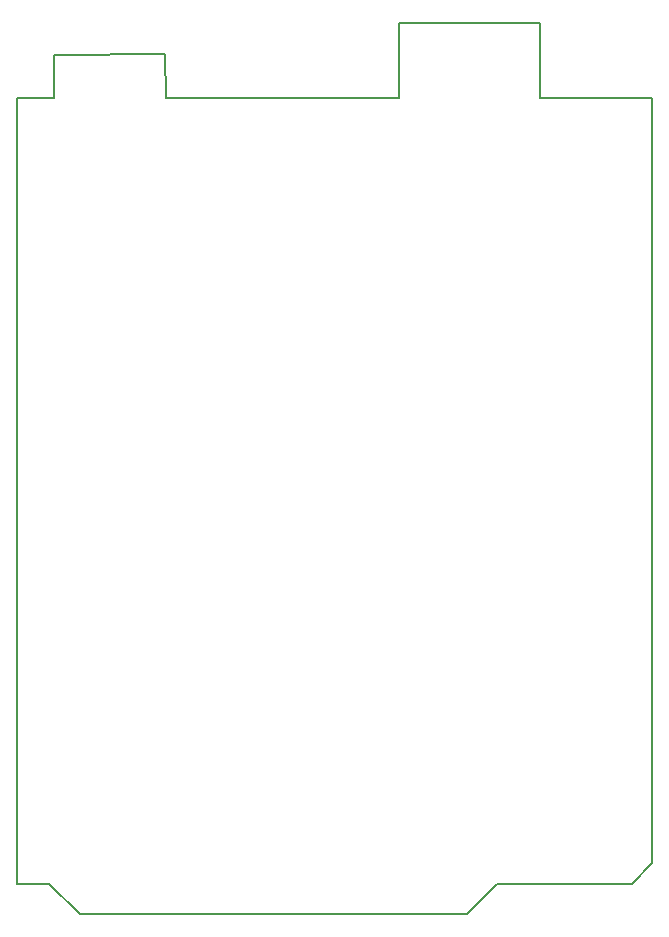
<source format=gbr>
%TF.GenerationSoftware,KiCad,Pcbnew,7.0.10*%
%TF.CreationDate,2024-01-11T23:08:57+05:30*%
%TF.ProjectId,rp2040-basic-m1,72703230-3430-42d6-9261-7369632d6d31,rev?*%
%TF.SameCoordinates,Original*%
%TF.FileFunction,Other,User*%
%FSLAX46Y46*%
G04 Gerber Fmt 4.6, Leading zero omitted, Abs format (unit mm)*
G04 Created by KiCad (PCBNEW 7.0.10) date 2024-01-11 23:08:57*
%MOMM*%
%LPD*%
G01*
G04 APERTURE LIST*
%ADD10C,0.150000*%
G04 APERTURE END LIST*
D10*
X229170000Y-112240000D02*
X226600000Y-109720000D01*
X275940000Y-109700000D02*
X264520000Y-109710000D01*
X256240000Y-36850000D02*
X268160000Y-36800000D01*
X261950000Y-112230000D02*
X229170000Y-112240000D01*
X223860000Y-109700000D02*
X223890000Y-43190000D01*
X236380000Y-39440000D02*
X236450000Y-43140000D01*
X277680000Y-43180000D02*
X277670000Y-107970000D01*
X264520000Y-109710000D02*
X261950000Y-112230000D01*
X268160000Y-36800000D02*
X268180000Y-43140000D01*
X226990000Y-43170000D02*
X227010000Y-39530000D01*
X227010000Y-39530000D02*
X236380000Y-39440000D01*
X268180000Y-43140000D02*
X277680000Y-43180000D01*
X277670000Y-107970000D02*
X275940000Y-109700000D01*
X256220000Y-43150000D02*
X256240000Y-36850000D01*
X236450000Y-43140000D02*
X256220000Y-43150000D01*
X226600000Y-109720000D02*
X223860000Y-109700000D01*
X223890000Y-43190000D02*
X226990000Y-43170000D01*
M02*

</source>
